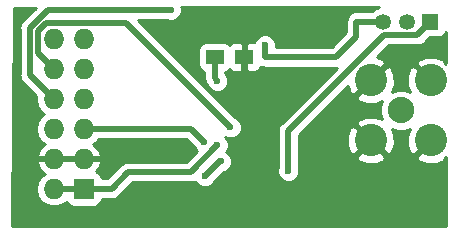
<source format=gbl>
%TF.GenerationSoftware,KiCad,Pcbnew,5.0.1+dfsg1-3~bpo9+1*%
%TF.CreationDate,2018-11-26T19:46:47+01:00*%
%TF.ProjectId,LoRa_PMOD,4C6F52615F504D4F442E6B696361645F,rev?*%
%TF.SameCoordinates,Original*%
%TF.FileFunction,Copper,L2,Bot,Signal*%
%TF.FilePolarity,Positive*%
%FSLAX46Y46*%
G04 Gerber Fmt 4.6, Leading zero omitted, Abs format (unit mm)*
G04 Created by KiCad (PCBNEW 5.0.1+dfsg1-3~bpo9+1) date Mon 26 Nov 2018 07:46:47 PM CET*
%MOMM*%
%LPD*%
G01*
G04 APERTURE LIST*
%TA.AperFunction,SMDPad,CuDef*%
%ADD10R,1.500000X1.250000*%
%TD*%
%TA.AperFunction,ComponentPad*%
%ADD11C,2.740000*%
%TD*%
%TA.AperFunction,ComponentPad*%
%ADD12C,2.240000*%
%TD*%
%TA.AperFunction,ComponentPad*%
%ADD13R,1.727200X1.727200*%
%TD*%
%TA.AperFunction,ComponentPad*%
%ADD14O,1.727200X1.727200*%
%TD*%
%TA.AperFunction,ComponentPad*%
%ADD15R,1.350000X1.350000*%
%TD*%
%TA.AperFunction,ComponentPad*%
%ADD16C,1.350000*%
%TD*%
%TA.AperFunction,ViaPad*%
%ADD17C,0.600000*%
%TD*%
%TA.AperFunction,Conductor*%
%ADD18C,0.500000*%
%TD*%
%TA.AperFunction,Conductor*%
%ADD19C,0.254000*%
%TD*%
G04 APERTURE END LIST*
D10*
%TO.P,C1,1*%
%TO.N,VCC*%
X111750000Y-106000000D03*
%TO.P,C1,2*%
%TO.N,GND*%
X114250000Y-106000000D03*
%TD*%
D11*
%TO.P,AE1,2*%
%TO.N,GND*%
X124960000Y-113040000D03*
X130040000Y-113040000D03*
X130040000Y-107960000D03*
X124960000Y-107960000D03*
D12*
%TO.P,AE1,1*%
%TO.N,ANT*%
X127500000Y-110500000D03*
%TD*%
D13*
%TO.P,P1,1*%
%TO.N,VCC*%
X100665000Y-117145000D03*
D14*
%TO.P,P1,2*%
X98125000Y-117145000D03*
%TO.P,P1,3*%
%TO.N,GND*%
X100665000Y-114605000D03*
%TO.P,P1,4*%
X98125000Y-114605000D03*
%TO.P,P1,5*%
%TO.N,SCK*%
X100665000Y-112065000D03*
%TO.P,P1,6*%
%TO.N,DIO2*%
X98125000Y-112065000D03*
%TO.P,P1,7*%
%TO.N,MISO*%
X100665000Y-109525000D03*
%TO.P,P1,8*%
%TO.N,DIO1*%
X98125000Y-109525000D03*
%TO.P,P1,9*%
%TO.N,MOSI*%
X100665000Y-106985000D03*
%TO.P,P1,10*%
%TO.N,RESET*%
X98125000Y-106985000D03*
%TO.P,P1,11*%
%TO.N,CS*%
X100665000Y-104445000D03*
%TO.P,P1,12*%
%TO.N,DIO0*%
X98125000Y-104445000D03*
%TD*%
D15*
%TO.P,P2,1*%
%TO.N,DIO5*%
X130000000Y-103000000D03*
D16*
%TO.P,P2,2*%
%TO.N,DIO4*%
X128000000Y-103000000D03*
%TO.P,P2,3*%
%TO.N,DIO3*%
X126000000Y-103000000D03*
%TD*%
D17*
%TO.N,VCC*%
X111975000Y-113450000D03*
X111970010Y-108000000D03*
%TO.N,GND*%
X115000000Y-108000000D03*
%TO.N,SCK*%
X110900000Y-116075000D03*
X112250000Y-114825000D03*
X110875000Y-113225000D03*
%TO.N,RESET*%
X113075000Y-111950000D03*
%TO.N,DIO1*%
X108000000Y-102000000D03*
%TO.N,DIO5*%
X117975000Y-115650000D03*
%TO.N,DIO3*%
X116000000Y-105000000D03*
%TD*%
D18*
%TO.N,VCC*%
X98125000Y-117145000D02*
X100665000Y-117145000D01*
X104425000Y-115725000D02*
X103005000Y-117145000D01*
X103005000Y-117145000D02*
X100665000Y-117145000D01*
X109700000Y-115725000D02*
X104425000Y-115725000D01*
X111975000Y-113450000D02*
X109700000Y-115725000D01*
X111750000Y-106000000D02*
X111750000Y-107779990D01*
X111750000Y-107779990D02*
X111970010Y-108000000D01*
%TO.N,GND*%
X114250000Y-106000000D02*
X114250000Y-107250000D01*
X114250000Y-107250000D02*
X115000000Y-108000000D01*
%TO.N,SCK*%
X112250000Y-114825000D02*
X112150000Y-114825000D01*
X112150000Y-114825000D02*
X110900000Y-116075000D01*
X100665000Y-112065000D02*
X109715000Y-112065000D01*
X109715000Y-112065000D02*
X110875000Y-113225000D01*
%TO.N,RESET*%
X113075000Y-111950000D02*
X104256399Y-103131399D01*
X104256399Y-103131399D02*
X97494471Y-103131399D01*
X97261401Y-106121401D02*
X98125000Y-106985000D01*
X97494471Y-103131399D02*
X96811399Y-103814471D01*
X96811399Y-103814471D02*
X96811399Y-105671399D01*
X96811399Y-105671399D02*
X97261401Y-106121401D01*
%TO.N,DIO1*%
X97635907Y-102000000D02*
X108000000Y-102000000D01*
X96111389Y-103524518D02*
X97635907Y-102000000D01*
X98125000Y-109525000D02*
X96111389Y-107511389D01*
X96111389Y-107511389D02*
X96111389Y-103524518D01*
%TO.N,DIO5*%
X117975000Y-115225736D02*
X117975000Y-115650000D01*
X117975000Y-112251398D02*
X117975000Y-115225736D01*
X126101397Y-104125001D02*
X117975000Y-112251398D01*
X128874999Y-104125001D02*
X126101397Y-104125001D01*
X130000000Y-103000000D02*
X128874999Y-104125001D01*
%TO.N,DIO3*%
X126000000Y-103000000D02*
X123734669Y-103000000D01*
X123734669Y-103000000D02*
X123734669Y-104265331D01*
X123734669Y-104265331D02*
X122000000Y-106000000D01*
X122000000Y-106000000D02*
X116000000Y-106000000D01*
X116000000Y-106000000D02*
X116000000Y-105000000D01*
%TD*%
D19*
%TO.N,GND*%
G36*
X125257945Y-101889436D02*
X125032381Y-102115000D01*
X123821833Y-102115000D01*
X123734669Y-102097662D01*
X123647504Y-102115000D01*
X123389359Y-102166348D01*
X123096620Y-102361951D01*
X122901017Y-102654690D01*
X122832331Y-103000000D01*
X122849669Y-103087165D01*
X122849670Y-103898751D01*
X121633422Y-105115000D01*
X116935000Y-105115000D01*
X116935000Y-104814017D01*
X116792655Y-104470365D01*
X116529635Y-104207345D01*
X116185983Y-104065000D01*
X115814017Y-104065000D01*
X115470365Y-104207345D01*
X115207345Y-104470365D01*
X115095659Y-104740000D01*
X114535750Y-104740000D01*
X114377000Y-104898750D01*
X114377000Y-105873000D01*
X114397000Y-105873000D01*
X114397000Y-106127000D01*
X114377000Y-106127000D01*
X114377000Y-107101250D01*
X114535750Y-107260000D01*
X115126309Y-107260000D01*
X115359698Y-107163327D01*
X115538327Y-106984699D01*
X115612555Y-106805498D01*
X115654690Y-106833652D01*
X115851326Y-106872765D01*
X116000000Y-106902338D01*
X116087164Y-106885000D01*
X121912839Y-106885000D01*
X122000000Y-106902337D01*
X122087161Y-106885000D01*
X122087165Y-106885000D01*
X122090479Y-106884341D01*
X117410847Y-111563973D01*
X117336951Y-111613349D01*
X117141348Y-111906089D01*
X117090000Y-112164234D01*
X117090000Y-112164237D01*
X117072663Y-112251398D01*
X117090000Y-112338559D01*
X117090001Y-115138567D01*
X117090000Y-115138572D01*
X117090000Y-115343306D01*
X117040000Y-115464017D01*
X117040000Y-115835983D01*
X117182345Y-116179635D01*
X117445365Y-116442655D01*
X117789017Y-116585000D01*
X118160983Y-116585000D01*
X118504635Y-116442655D01*
X118767655Y-116179635D01*
X118910000Y-115835983D01*
X118910000Y-115464017D01*
X118860000Y-115343306D01*
X118860000Y-114460046D01*
X123719559Y-114460046D01*
X123863469Y-114765312D01*
X124607186Y-115053605D01*
X125404615Y-115035344D01*
X126056531Y-114765312D01*
X126200441Y-114460046D01*
X124960000Y-113219605D01*
X123719559Y-114460046D01*
X118860000Y-114460046D01*
X118860000Y-112687186D01*
X122946395Y-112687186D01*
X122964656Y-113484615D01*
X123234688Y-114136531D01*
X123539954Y-114280441D01*
X124780395Y-113040000D01*
X123539954Y-111799559D01*
X123234688Y-111943469D01*
X122946395Y-112687186D01*
X118860000Y-112687186D01*
X118860000Y-112617976D01*
X122996495Y-108481481D01*
X123234688Y-109056531D01*
X123539954Y-109200441D01*
X124780395Y-107960000D01*
X124766253Y-107945858D01*
X124945858Y-107766253D01*
X124960000Y-107780395D01*
X126200441Y-106539954D01*
X126056531Y-106234688D01*
X125470469Y-106007508D01*
X126467976Y-105010001D01*
X128787838Y-105010001D01*
X128874999Y-105027338D01*
X128962160Y-105010001D01*
X128962164Y-105010001D01*
X129220309Y-104958653D01*
X129513048Y-104763050D01*
X129562424Y-104689154D01*
X129929138Y-104322440D01*
X130675000Y-104322440D01*
X130922765Y-104273157D01*
X131132809Y-104132809D01*
X131273157Y-103922765D01*
X131290000Y-103838088D01*
X131290000Y-106530392D01*
X131280440Y-106539952D01*
X131136531Y-106234688D01*
X130392814Y-105946395D01*
X129595385Y-105964656D01*
X128943469Y-106234688D01*
X128799559Y-106539954D01*
X130040000Y-107780395D01*
X130054143Y-107766253D01*
X130233748Y-107945858D01*
X130219605Y-107960000D01*
X130233748Y-107974143D01*
X130054143Y-108153748D01*
X130040000Y-108139605D01*
X130025858Y-108153748D01*
X129846253Y-107974143D01*
X129860395Y-107960000D01*
X128619954Y-106719559D01*
X128314688Y-106863469D01*
X128026395Y-107607186D01*
X128044656Y-108404615D01*
X128255351Y-108913279D01*
X127849091Y-108745000D01*
X127150909Y-108745000D01*
X126740114Y-108915157D01*
X126973605Y-108312814D01*
X126955344Y-107515385D01*
X126685312Y-106863469D01*
X126380046Y-106719559D01*
X125139605Y-107960000D01*
X125153748Y-107974143D01*
X124974143Y-108153748D01*
X124960000Y-108139605D01*
X123719559Y-109380046D01*
X123863469Y-109685312D01*
X124607186Y-109973605D01*
X125404615Y-109955344D01*
X125913279Y-109744649D01*
X125745000Y-110150909D01*
X125745000Y-110849091D01*
X125915157Y-111259886D01*
X125312814Y-111026395D01*
X124515385Y-111044656D01*
X123863469Y-111314688D01*
X123719559Y-111619954D01*
X124960000Y-112860395D01*
X124974143Y-112846253D01*
X125153748Y-113025858D01*
X125139605Y-113040000D01*
X126380046Y-114280441D01*
X126685312Y-114136531D01*
X126973605Y-113392814D01*
X126955344Y-112595385D01*
X126744649Y-112086721D01*
X127150909Y-112255000D01*
X127849091Y-112255000D01*
X128259886Y-112084843D01*
X128026395Y-112687186D01*
X128044656Y-113484615D01*
X128314688Y-114136531D01*
X128619954Y-114280441D01*
X129860395Y-113040000D01*
X129846253Y-113025858D01*
X130025858Y-112846253D01*
X130040000Y-112860395D01*
X130054143Y-112846253D01*
X130233748Y-113025858D01*
X130219605Y-113040000D01*
X130233748Y-113054143D01*
X130054143Y-113233748D01*
X130040000Y-113219605D01*
X128799559Y-114460046D01*
X128943469Y-114765312D01*
X129687186Y-115053605D01*
X130484615Y-115035344D01*
X131136531Y-114765312D01*
X131280440Y-114460048D01*
X131290001Y-114469609D01*
X131290001Y-120290000D01*
X94613558Y-120290000D01*
X94705969Y-101807887D01*
X96581364Y-101802965D01*
X95547234Y-102837095D01*
X95473341Y-102886469D01*
X95423967Y-102960362D01*
X95423965Y-102960364D01*
X95277737Y-103179209D01*
X95209052Y-103524518D01*
X95226390Y-103611683D01*
X95226389Y-107424228D01*
X95209052Y-107511389D01*
X95226389Y-107598550D01*
X95226389Y-107598553D01*
X95277737Y-107856698D01*
X95473340Y-108149438D01*
X95547236Y-108198814D01*
X96642895Y-109294474D01*
X96597041Y-109525000D01*
X96713350Y-110109725D01*
X97044570Y-110605430D01*
X97328281Y-110795000D01*
X97044570Y-110984570D01*
X96713350Y-111480275D01*
X96597041Y-112065000D01*
X96713350Y-112649725D01*
X97044570Y-113145430D01*
X97346021Y-113346854D01*
X97236510Y-113398179D01*
X96842312Y-113830053D01*
X96670042Y-114245974D01*
X96791183Y-114478000D01*
X97998000Y-114478000D01*
X97998000Y-114458000D01*
X98252000Y-114458000D01*
X98252000Y-114478000D01*
X100538000Y-114478000D01*
X100538000Y-114458000D01*
X100792000Y-114458000D01*
X100792000Y-114478000D01*
X101998817Y-114478000D01*
X102119958Y-114245974D01*
X101947688Y-113830053D01*
X101553490Y-113398179D01*
X101443979Y-113346854D01*
X101745430Y-113145430D01*
X101876012Y-112950000D01*
X109348422Y-112950000D01*
X110032345Y-113633924D01*
X110082345Y-113754635D01*
X110250566Y-113922856D01*
X109333422Y-114840000D01*
X104512159Y-114840000D01*
X104424999Y-114822663D01*
X104337839Y-114840000D01*
X104337835Y-114840000D01*
X104079690Y-114891348D01*
X104079688Y-114891349D01*
X104079689Y-114891349D01*
X103860845Y-115037576D01*
X103860844Y-115037577D01*
X103786951Y-115086951D01*
X103737577Y-115160844D01*
X102638422Y-116260000D01*
X102171783Y-116260000D01*
X102126757Y-116033635D01*
X101986409Y-115823591D01*
X101776365Y-115683243D01*
X101687064Y-115665480D01*
X101947688Y-115379947D01*
X102119958Y-114964026D01*
X101998817Y-114732000D01*
X100792000Y-114732000D01*
X100792000Y-114752000D01*
X100538000Y-114752000D01*
X100538000Y-114732000D01*
X98252000Y-114732000D01*
X98252000Y-114752000D01*
X97998000Y-114752000D01*
X97998000Y-114732000D01*
X96791183Y-114732000D01*
X96670042Y-114964026D01*
X96842312Y-115379947D01*
X97236510Y-115811821D01*
X97346021Y-115863146D01*
X97044570Y-116064570D01*
X96713350Y-116560275D01*
X96597041Y-117145000D01*
X96713350Y-117729725D01*
X97044570Y-118225430D01*
X97540275Y-118556650D01*
X97977402Y-118643600D01*
X98272598Y-118643600D01*
X98709725Y-118556650D01*
X99198068Y-118230349D01*
X99203243Y-118256365D01*
X99343591Y-118466409D01*
X99553635Y-118606757D01*
X99801400Y-118656040D01*
X101528600Y-118656040D01*
X101776365Y-118606757D01*
X101986409Y-118466409D01*
X102126757Y-118256365D01*
X102171783Y-118030000D01*
X102917839Y-118030000D01*
X103005000Y-118047337D01*
X103092161Y-118030000D01*
X103092165Y-118030000D01*
X103350310Y-117978652D01*
X103643049Y-117783049D01*
X103692425Y-117709153D01*
X104791579Y-116610000D01*
X109612839Y-116610000D01*
X109700000Y-116627337D01*
X109787161Y-116610000D01*
X109787165Y-116610000D01*
X110045310Y-116558652D01*
X110078980Y-116536155D01*
X110107345Y-116604635D01*
X110370365Y-116867655D01*
X110714017Y-117010000D01*
X111085983Y-117010000D01*
X111429635Y-116867655D01*
X111692655Y-116604635D01*
X111742656Y-116483923D01*
X112488213Y-115738366D01*
X112779635Y-115617655D01*
X113042655Y-115354635D01*
X113185000Y-115010983D01*
X113185000Y-114639017D01*
X113042655Y-114295365D01*
X112779635Y-114032345D01*
X112733892Y-114013398D01*
X112767655Y-113979635D01*
X112910000Y-113635983D01*
X112910000Y-113264017D01*
X112767655Y-112920365D01*
X112621468Y-112774178D01*
X112889017Y-112885000D01*
X113260983Y-112885000D01*
X113604635Y-112742655D01*
X113867655Y-112479635D01*
X114010000Y-112135983D01*
X114010000Y-111764017D01*
X113867655Y-111420365D01*
X113604635Y-111157345D01*
X113483924Y-111107345D01*
X107751579Y-105375000D01*
X110352560Y-105375000D01*
X110352560Y-106625000D01*
X110401843Y-106872765D01*
X110542191Y-107082809D01*
X110752235Y-107223157D01*
X110865001Y-107245587D01*
X110865001Y-107692825D01*
X110847663Y-107779990D01*
X110916348Y-108125299D01*
X111062576Y-108344144D01*
X111062578Y-108344146D01*
X111111952Y-108418039D01*
X111138470Y-108435758D01*
X111177355Y-108529635D01*
X111440375Y-108792655D01*
X111784027Y-108935000D01*
X112155993Y-108935000D01*
X112499645Y-108792655D01*
X112762665Y-108529635D01*
X112905010Y-108185983D01*
X112905010Y-107814017D01*
X112762665Y-107470365D01*
X112635000Y-107342700D01*
X112635000Y-107245587D01*
X112747765Y-107223157D01*
X112957809Y-107082809D01*
X112998654Y-107021680D01*
X113140302Y-107163327D01*
X113373691Y-107260000D01*
X113964250Y-107260000D01*
X114123000Y-107101250D01*
X114123000Y-106127000D01*
X114103000Y-106127000D01*
X114103000Y-105873000D01*
X114123000Y-105873000D01*
X114123000Y-104898750D01*
X113964250Y-104740000D01*
X113373691Y-104740000D01*
X113140302Y-104836673D01*
X112998654Y-104978320D01*
X112957809Y-104917191D01*
X112747765Y-104776843D01*
X112500000Y-104727560D01*
X111000000Y-104727560D01*
X110752235Y-104776843D01*
X110542191Y-104917191D01*
X110401843Y-105127235D01*
X110352560Y-105375000D01*
X107751579Y-105375000D01*
X105261578Y-102885000D01*
X107693306Y-102885000D01*
X107814017Y-102935000D01*
X108185983Y-102935000D01*
X108529635Y-102792655D01*
X108792655Y-102529635D01*
X108935000Y-102185983D01*
X108935000Y-101814017D01*
X108917011Y-101770588D01*
X125650904Y-101726667D01*
X125257945Y-101889436D01*
X125257945Y-101889436D01*
G37*
X125257945Y-101889436D02*
X125032381Y-102115000D01*
X123821833Y-102115000D01*
X123734669Y-102097662D01*
X123647504Y-102115000D01*
X123389359Y-102166348D01*
X123096620Y-102361951D01*
X122901017Y-102654690D01*
X122832331Y-103000000D01*
X122849669Y-103087165D01*
X122849670Y-103898751D01*
X121633422Y-105115000D01*
X116935000Y-105115000D01*
X116935000Y-104814017D01*
X116792655Y-104470365D01*
X116529635Y-104207345D01*
X116185983Y-104065000D01*
X115814017Y-104065000D01*
X115470365Y-104207345D01*
X115207345Y-104470365D01*
X115095659Y-104740000D01*
X114535750Y-104740000D01*
X114377000Y-104898750D01*
X114377000Y-105873000D01*
X114397000Y-105873000D01*
X114397000Y-106127000D01*
X114377000Y-106127000D01*
X114377000Y-107101250D01*
X114535750Y-107260000D01*
X115126309Y-107260000D01*
X115359698Y-107163327D01*
X115538327Y-106984699D01*
X115612555Y-106805498D01*
X115654690Y-106833652D01*
X115851326Y-106872765D01*
X116000000Y-106902338D01*
X116087164Y-106885000D01*
X121912839Y-106885000D01*
X122000000Y-106902337D01*
X122087161Y-106885000D01*
X122087165Y-106885000D01*
X122090479Y-106884341D01*
X117410847Y-111563973D01*
X117336951Y-111613349D01*
X117141348Y-111906089D01*
X117090000Y-112164234D01*
X117090000Y-112164237D01*
X117072663Y-112251398D01*
X117090000Y-112338559D01*
X117090001Y-115138567D01*
X117090000Y-115138572D01*
X117090000Y-115343306D01*
X117040000Y-115464017D01*
X117040000Y-115835983D01*
X117182345Y-116179635D01*
X117445365Y-116442655D01*
X117789017Y-116585000D01*
X118160983Y-116585000D01*
X118504635Y-116442655D01*
X118767655Y-116179635D01*
X118910000Y-115835983D01*
X118910000Y-115464017D01*
X118860000Y-115343306D01*
X118860000Y-114460046D01*
X123719559Y-114460046D01*
X123863469Y-114765312D01*
X124607186Y-115053605D01*
X125404615Y-115035344D01*
X126056531Y-114765312D01*
X126200441Y-114460046D01*
X124960000Y-113219605D01*
X123719559Y-114460046D01*
X118860000Y-114460046D01*
X118860000Y-112687186D01*
X122946395Y-112687186D01*
X122964656Y-113484615D01*
X123234688Y-114136531D01*
X123539954Y-114280441D01*
X124780395Y-113040000D01*
X123539954Y-111799559D01*
X123234688Y-111943469D01*
X122946395Y-112687186D01*
X118860000Y-112687186D01*
X118860000Y-112617976D01*
X122996495Y-108481481D01*
X123234688Y-109056531D01*
X123539954Y-109200441D01*
X124780395Y-107960000D01*
X124766253Y-107945858D01*
X124945858Y-107766253D01*
X124960000Y-107780395D01*
X126200441Y-106539954D01*
X126056531Y-106234688D01*
X125470469Y-106007508D01*
X126467976Y-105010001D01*
X128787838Y-105010001D01*
X128874999Y-105027338D01*
X128962160Y-105010001D01*
X128962164Y-105010001D01*
X129220309Y-104958653D01*
X129513048Y-104763050D01*
X129562424Y-104689154D01*
X129929138Y-104322440D01*
X130675000Y-104322440D01*
X130922765Y-104273157D01*
X131132809Y-104132809D01*
X131273157Y-103922765D01*
X131290000Y-103838088D01*
X131290000Y-106530392D01*
X131280440Y-106539952D01*
X131136531Y-106234688D01*
X130392814Y-105946395D01*
X129595385Y-105964656D01*
X128943469Y-106234688D01*
X128799559Y-106539954D01*
X130040000Y-107780395D01*
X130054143Y-107766253D01*
X130233748Y-107945858D01*
X130219605Y-107960000D01*
X130233748Y-107974143D01*
X130054143Y-108153748D01*
X130040000Y-108139605D01*
X130025858Y-108153748D01*
X129846253Y-107974143D01*
X129860395Y-107960000D01*
X128619954Y-106719559D01*
X128314688Y-106863469D01*
X128026395Y-107607186D01*
X128044656Y-108404615D01*
X128255351Y-108913279D01*
X127849091Y-108745000D01*
X127150909Y-108745000D01*
X126740114Y-108915157D01*
X126973605Y-108312814D01*
X126955344Y-107515385D01*
X126685312Y-106863469D01*
X126380046Y-106719559D01*
X125139605Y-107960000D01*
X125153748Y-107974143D01*
X124974143Y-108153748D01*
X124960000Y-108139605D01*
X123719559Y-109380046D01*
X123863469Y-109685312D01*
X124607186Y-109973605D01*
X125404615Y-109955344D01*
X125913279Y-109744649D01*
X125745000Y-110150909D01*
X125745000Y-110849091D01*
X125915157Y-111259886D01*
X125312814Y-111026395D01*
X124515385Y-111044656D01*
X123863469Y-111314688D01*
X123719559Y-111619954D01*
X124960000Y-112860395D01*
X124974143Y-112846253D01*
X125153748Y-113025858D01*
X125139605Y-113040000D01*
X126380046Y-114280441D01*
X126685312Y-114136531D01*
X126973605Y-113392814D01*
X126955344Y-112595385D01*
X126744649Y-112086721D01*
X127150909Y-112255000D01*
X127849091Y-112255000D01*
X128259886Y-112084843D01*
X128026395Y-112687186D01*
X128044656Y-113484615D01*
X128314688Y-114136531D01*
X128619954Y-114280441D01*
X129860395Y-113040000D01*
X129846253Y-113025858D01*
X130025858Y-112846253D01*
X130040000Y-112860395D01*
X130054143Y-112846253D01*
X130233748Y-113025858D01*
X130219605Y-113040000D01*
X130233748Y-113054143D01*
X130054143Y-113233748D01*
X130040000Y-113219605D01*
X128799559Y-114460046D01*
X128943469Y-114765312D01*
X129687186Y-115053605D01*
X130484615Y-115035344D01*
X131136531Y-114765312D01*
X131280440Y-114460048D01*
X131290001Y-114469609D01*
X131290001Y-120290000D01*
X94613558Y-120290000D01*
X94705969Y-101807887D01*
X96581364Y-101802965D01*
X95547234Y-102837095D01*
X95473341Y-102886469D01*
X95423967Y-102960362D01*
X95423965Y-102960364D01*
X95277737Y-103179209D01*
X95209052Y-103524518D01*
X95226390Y-103611683D01*
X95226389Y-107424228D01*
X95209052Y-107511389D01*
X95226389Y-107598550D01*
X95226389Y-107598553D01*
X95277737Y-107856698D01*
X95473340Y-108149438D01*
X95547236Y-108198814D01*
X96642895Y-109294474D01*
X96597041Y-109525000D01*
X96713350Y-110109725D01*
X97044570Y-110605430D01*
X97328281Y-110795000D01*
X97044570Y-110984570D01*
X96713350Y-111480275D01*
X96597041Y-112065000D01*
X96713350Y-112649725D01*
X97044570Y-113145430D01*
X97346021Y-113346854D01*
X97236510Y-113398179D01*
X96842312Y-113830053D01*
X96670042Y-114245974D01*
X96791183Y-114478000D01*
X97998000Y-114478000D01*
X97998000Y-114458000D01*
X98252000Y-114458000D01*
X98252000Y-114478000D01*
X100538000Y-114478000D01*
X100538000Y-114458000D01*
X100792000Y-114458000D01*
X100792000Y-114478000D01*
X101998817Y-114478000D01*
X102119958Y-114245974D01*
X101947688Y-113830053D01*
X101553490Y-113398179D01*
X101443979Y-113346854D01*
X101745430Y-113145430D01*
X101876012Y-112950000D01*
X109348422Y-112950000D01*
X110032345Y-113633924D01*
X110082345Y-113754635D01*
X110250566Y-113922856D01*
X109333422Y-114840000D01*
X104512159Y-114840000D01*
X104424999Y-114822663D01*
X104337839Y-114840000D01*
X104337835Y-114840000D01*
X104079690Y-114891348D01*
X104079688Y-114891349D01*
X104079689Y-114891349D01*
X103860845Y-115037576D01*
X103860844Y-115037577D01*
X103786951Y-115086951D01*
X103737577Y-115160844D01*
X102638422Y-116260000D01*
X102171783Y-116260000D01*
X102126757Y-116033635D01*
X101986409Y-115823591D01*
X101776365Y-115683243D01*
X101687064Y-115665480D01*
X101947688Y-115379947D01*
X102119958Y-114964026D01*
X101998817Y-114732000D01*
X100792000Y-114732000D01*
X100792000Y-114752000D01*
X100538000Y-114752000D01*
X100538000Y-114732000D01*
X98252000Y-114732000D01*
X98252000Y-114752000D01*
X97998000Y-114752000D01*
X97998000Y-114732000D01*
X96791183Y-114732000D01*
X96670042Y-114964026D01*
X96842312Y-115379947D01*
X97236510Y-115811821D01*
X97346021Y-115863146D01*
X97044570Y-116064570D01*
X96713350Y-116560275D01*
X96597041Y-117145000D01*
X96713350Y-117729725D01*
X97044570Y-118225430D01*
X97540275Y-118556650D01*
X97977402Y-118643600D01*
X98272598Y-118643600D01*
X98709725Y-118556650D01*
X99198068Y-118230349D01*
X99203243Y-118256365D01*
X99343591Y-118466409D01*
X99553635Y-118606757D01*
X99801400Y-118656040D01*
X101528600Y-118656040D01*
X101776365Y-118606757D01*
X101986409Y-118466409D01*
X102126757Y-118256365D01*
X102171783Y-118030000D01*
X102917839Y-118030000D01*
X103005000Y-118047337D01*
X103092161Y-118030000D01*
X103092165Y-118030000D01*
X103350310Y-117978652D01*
X103643049Y-117783049D01*
X103692425Y-117709153D01*
X104791579Y-116610000D01*
X109612839Y-116610000D01*
X109700000Y-116627337D01*
X109787161Y-116610000D01*
X109787165Y-116610000D01*
X110045310Y-116558652D01*
X110078980Y-116536155D01*
X110107345Y-116604635D01*
X110370365Y-116867655D01*
X110714017Y-117010000D01*
X111085983Y-117010000D01*
X111429635Y-116867655D01*
X111692655Y-116604635D01*
X111742656Y-116483923D01*
X112488213Y-115738366D01*
X112779635Y-115617655D01*
X113042655Y-115354635D01*
X113185000Y-115010983D01*
X113185000Y-114639017D01*
X113042655Y-114295365D01*
X112779635Y-114032345D01*
X112733892Y-114013398D01*
X112767655Y-113979635D01*
X112910000Y-113635983D01*
X112910000Y-113264017D01*
X112767655Y-112920365D01*
X112621468Y-112774178D01*
X112889017Y-112885000D01*
X113260983Y-112885000D01*
X113604635Y-112742655D01*
X113867655Y-112479635D01*
X114010000Y-112135983D01*
X114010000Y-111764017D01*
X113867655Y-111420365D01*
X113604635Y-111157345D01*
X113483924Y-111107345D01*
X107751579Y-105375000D01*
X110352560Y-105375000D01*
X110352560Y-106625000D01*
X110401843Y-106872765D01*
X110542191Y-107082809D01*
X110752235Y-107223157D01*
X110865001Y-107245587D01*
X110865001Y-107692825D01*
X110847663Y-107779990D01*
X110916348Y-108125299D01*
X111062576Y-108344144D01*
X111062578Y-108344146D01*
X111111952Y-108418039D01*
X111138470Y-108435758D01*
X111177355Y-108529635D01*
X111440375Y-108792655D01*
X111784027Y-108935000D01*
X112155993Y-108935000D01*
X112499645Y-108792655D01*
X112762665Y-108529635D01*
X112905010Y-108185983D01*
X112905010Y-107814017D01*
X112762665Y-107470365D01*
X112635000Y-107342700D01*
X112635000Y-107245587D01*
X112747765Y-107223157D01*
X112957809Y-107082809D01*
X112998654Y-107021680D01*
X113140302Y-107163327D01*
X113373691Y-107260000D01*
X113964250Y-107260000D01*
X114123000Y-107101250D01*
X114123000Y-106127000D01*
X114103000Y-106127000D01*
X114103000Y-105873000D01*
X114123000Y-105873000D01*
X114123000Y-104898750D01*
X113964250Y-104740000D01*
X113373691Y-104740000D01*
X113140302Y-104836673D01*
X112998654Y-104978320D01*
X112957809Y-104917191D01*
X112747765Y-104776843D01*
X112500000Y-104727560D01*
X111000000Y-104727560D01*
X110752235Y-104776843D01*
X110542191Y-104917191D01*
X110401843Y-105127235D01*
X110352560Y-105375000D01*
X107751579Y-105375000D01*
X105261578Y-102885000D01*
X107693306Y-102885000D01*
X107814017Y-102935000D01*
X108185983Y-102935000D01*
X108529635Y-102792655D01*
X108792655Y-102529635D01*
X108935000Y-102185983D01*
X108935000Y-101814017D01*
X108917011Y-101770588D01*
X125650904Y-101726667D01*
X125257945Y-101889436D01*
%TD*%
M02*

</source>
